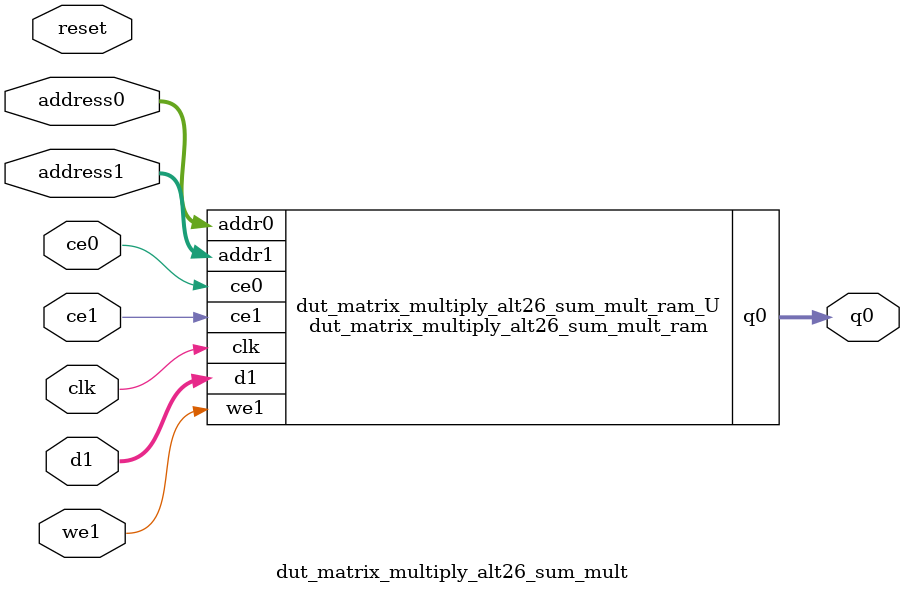
<source format=v>

`timescale 1 ns / 1 ps
module dut_matrix_multiply_alt26_sum_mult_ram (addr0, ce0, q0, addr1, ce1, d1, we1,  clk);

parameter DWIDTH = 32;
parameter AWIDTH = 20;
parameter MEM_SIZE = 614656;

input[AWIDTH-1:0] addr0;
input ce0;
output wire[DWIDTH-1:0] q0;
input[AWIDTH-1:0] addr1;
input ce1;
input[DWIDTH-1:0] d1;
input we1;
input clk;

(* ram_style = "block" *)reg [DWIDTH-1:0] ram[MEM_SIZE-1:0];
wire [AWIDTH-1:0] addr0_t0; 
(* EQUIVALENT_REGISTER_REMOVAL="NO" *)reg [AWIDTH-1:0] addr0_t1; 
reg [DWIDTH-1:0] q0_t0;
reg [DWIDTH-1:0] q0_t1;
wire [AWIDTH-1:0] addr1_t0; 
(* EQUIVALENT_REGISTER_REMOVAL="NO" *)reg [AWIDTH-1:0] addr1_t1; 
wire [DWIDTH-1:0] d1_t0; 
wire we1_t0; 
(* EQUIVALENT_REGISTER_REMOVAL="NO" *)reg [DWIDTH-1:0] d1_t1; 
(* EQUIVALENT_REGISTER_REMOVAL="NO" *)reg we1_t1; 


assign addr0_t0 = addr0;
assign q0 = q0_t1;
assign addr1_t0 = addr1;
assign d1_t0 = d1;
assign we1_t0 = we1;

always @(posedge clk)  
begin
    if (ce0) 
    begin
        addr0_t1 <= addr0_t0; 
        q0_t1 <= q0_t0;
    end
    if (ce1) 
    begin
        addr1_t1 <= addr1_t0; 
        d1_t1 <= d1_t0;
        we1_t1 <= we1_t0;
    end
end


always @(posedge clk)  
begin 
    if (ce0) 
    begin
            q0_t0 <= ram[addr0_t1];
    end
end


always @(posedge clk)  
begin 
    if (ce1) 
    begin
        if (we1_t1) 
        begin 
            ram[addr1_t1] <= d1_t1; 
        end 
    end
end


endmodule


`timescale 1 ns / 1 ps
module dut_matrix_multiply_alt26_sum_mult(
    reset,
    clk,
    address0,
    ce0,
    q0,
    address1,
    ce1,
    we1,
    d1);

parameter DataWidth = 32'd32;
parameter AddressRange = 32'd614656;
parameter AddressWidth = 32'd20;
input reset;
input clk;
input[AddressWidth - 1:0] address0;
input ce0;
output[DataWidth - 1:0] q0;
input[AddressWidth - 1:0] address1;
input ce1;
input we1;
input[DataWidth - 1:0] d1;



dut_matrix_multiply_alt26_sum_mult_ram dut_matrix_multiply_alt26_sum_mult_ram_U(
    .clk( clk ),
    .addr0( address0 ),
    .ce0( ce0 ),
    .q0( q0 ),
    .addr1( address1 ),
    .ce1( ce1 ),
    .d1( d1 ),
    .we1( we1 ));

endmodule


</source>
